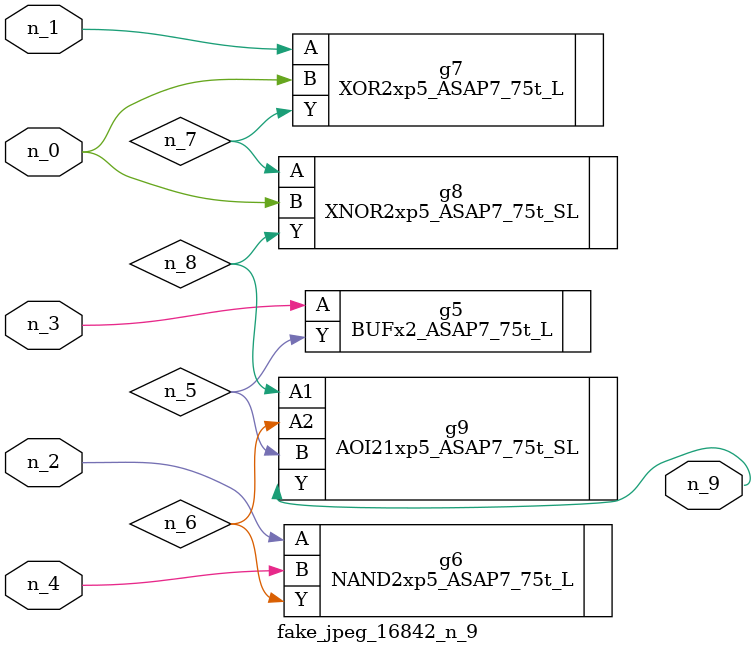
<source format=v>
module fake_jpeg_16842_n_9 (n_3, n_2, n_1, n_0, n_4, n_9);

input n_3;
input n_2;
input n_1;
input n_0;
input n_4;

output n_9;

wire n_8;
wire n_6;
wire n_5;
wire n_7;

BUFx2_ASAP7_75t_L g5 ( 
.A(n_3),
.Y(n_5)
);

NAND2xp5_ASAP7_75t_L g6 ( 
.A(n_2),
.B(n_4),
.Y(n_6)
);

XOR2xp5_ASAP7_75t_L g7 ( 
.A(n_1),
.B(n_0),
.Y(n_7)
);

XNOR2xp5_ASAP7_75t_SL g8 ( 
.A(n_7),
.B(n_0),
.Y(n_8)
);

AOI21xp5_ASAP7_75t_SL g9 ( 
.A1(n_8),
.A2(n_6),
.B(n_5),
.Y(n_9)
);


endmodule
</source>
